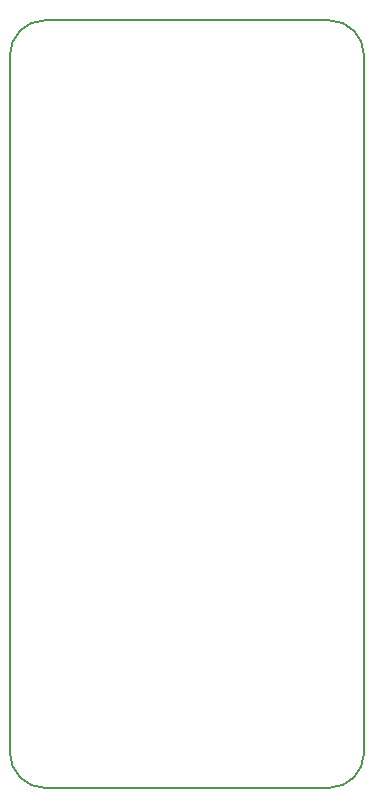
<source format=gbr>
G04 #@! TF.GenerationSoftware,KiCad,Pcbnew,8.0.4*
G04 #@! TF.CreationDate,2025-05-04T21:26:18-04:00*
G04 #@! TF.ProjectId,openduck,6f70656e-6475-4636-9b2e-6b696361645f,rev?*
G04 #@! TF.SameCoordinates,Original*
G04 #@! TF.FileFunction,Profile,NP*
%FSLAX46Y46*%
G04 Gerber Fmt 4.6, Leading zero omitted, Abs format (unit mm)*
G04 Created by KiCad (PCBNEW 8.0.4) date 2025-05-04 21:26:18*
%MOMM*%
%LPD*%
G01*
G04 APERTURE LIST*
G04 #@! TA.AperFunction,Profile*
%ADD10C,0.150000*%
G04 #@! TD*
G04 APERTURE END LIST*
D10*
X192310000Y-32120000D02*
X192310000Y-31620000D01*
X195310000Y-93620000D02*
G75*
G02*
X192310000Y-90620000I0J3000000D01*
G01*
X222310000Y-31620000D02*
X222310000Y-90620000D01*
X192310000Y-90120000D02*
X192310000Y-90620000D01*
X195310000Y-28620000D02*
X219310000Y-28620000D01*
X192310000Y-32120000D02*
X192310000Y-90120000D01*
X222310000Y-90620000D02*
G75*
G02*
X219310000Y-93620000I-3000000J0D01*
G01*
X219310000Y-93620000D02*
X195310000Y-93620000D01*
X192310000Y-31620000D02*
G75*
G02*
X195310000Y-28620000I3000000J0D01*
G01*
X219310000Y-28620000D02*
G75*
G02*
X222310000Y-31620000I0J-3000000D01*
G01*
M02*

</source>
